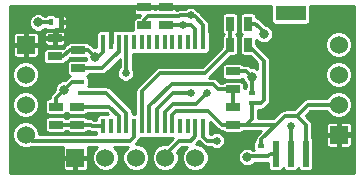
<source format=gtl>
G04 (created by PCBNEW (2013-07-07 BZR 4022)-stable) date 23/09/2014 17:19:53*
%MOIN*%
G04 Gerber Fmt 3.4, Leading zero omitted, Abs format*
%FSLAX34Y34*%
G01*
G70*
G90*
G04 APERTURE LIST*
%ADD10C,0.00590551*%
%ADD11R,0.06X0.06*%
%ADD12C,0.06*%
%ADD13R,0.045X0.025*%
%ADD14R,0.025X0.045*%
%ADD15R,0.0236X0.0157*%
%ADD16R,0.0157X0.0236*%
%ADD17R,0.016X0.05*%
%ADD18R,0.1X0.0507874*%
%ADD19R,0.0200787X0.0866142*%
%ADD20C,0.0259843*%
%ADD21C,0.0318898*%
%ADD22C,0.012*%
%ADD23C,0.01*%
G04 APERTURE END LIST*
G54D10*
G54D11*
X11122Y-4452D03*
G54D12*
X11122Y-3452D03*
X11122Y-2452D03*
X11122Y-1452D03*
G54D11*
X688Y-1452D03*
G54D12*
X688Y-2452D03*
X688Y-3452D03*
X688Y-4452D03*
G54D13*
X1653Y-1235D03*
X1653Y-1835D03*
G54D14*
X7495Y-748D03*
X8095Y-748D03*
X8095Y-1456D03*
X7495Y-1456D03*
G54D13*
X1692Y-4118D03*
X1692Y-3518D03*
X2401Y-3518D03*
X2401Y-4118D03*
X7598Y-2937D03*
X7598Y-2337D03*
X7598Y-4118D03*
X7598Y-3518D03*
X2440Y-2229D03*
X2440Y-1629D03*
G54D15*
X8228Y-3405D03*
X8228Y-3051D03*
X8543Y-4823D03*
X8543Y-5177D03*
X2519Y-3051D03*
X2519Y-2697D03*
G54D16*
X1869Y-708D03*
X1515Y-708D03*
G54D17*
X3271Y-4155D03*
X3521Y-4155D03*
X3781Y-4155D03*
X4041Y-4155D03*
X4291Y-4155D03*
X4551Y-4155D03*
X4811Y-4155D03*
X5061Y-4155D03*
X5321Y-4155D03*
X5571Y-4155D03*
X5831Y-4155D03*
X6091Y-4155D03*
X6341Y-4155D03*
X6601Y-4155D03*
X6601Y-1355D03*
X6341Y-1355D03*
X6101Y-1355D03*
X5831Y-1355D03*
X5571Y-1355D03*
X5321Y-1355D03*
X5061Y-1355D03*
X4811Y-1355D03*
X4551Y-1355D03*
X4291Y-1355D03*
X4041Y-1355D03*
X3781Y-1355D03*
X3521Y-1355D03*
X3271Y-1355D03*
G54D11*
X2346Y-5216D03*
G54D12*
X3346Y-5216D03*
X4362Y-5216D03*
X5330Y-5216D03*
X6330Y-5216D03*
G54D18*
X9527Y-393D03*
G54D19*
X9027Y-5088D03*
X9527Y-5088D03*
X10027Y-5088D03*
G54D13*
X5354Y-211D03*
X5354Y-811D03*
X4645Y-211D03*
X4645Y-811D03*
G54D20*
X6732Y-3070D03*
X9527Y-4173D03*
X6181Y-3070D03*
X6181Y-472D03*
X7047Y-4645D03*
X5944Y-787D03*
G54D21*
X8228Y-2519D03*
X2992Y-1850D03*
X8622Y-1102D03*
X1102Y-708D03*
X8070Y-5196D03*
X1968Y-2952D03*
G54D20*
X4015Y-2401D03*
G54D22*
X4041Y-4155D02*
X4041Y-3726D01*
X3365Y-3051D02*
X2519Y-3051D01*
X4041Y-3726D02*
X3365Y-3051D01*
X2401Y-4118D02*
X1692Y-4118D01*
X3271Y-4155D02*
X2896Y-4155D01*
X2859Y-4118D02*
X2401Y-4118D01*
X2896Y-4155D02*
X2859Y-4118D01*
X10027Y-4122D02*
X10027Y-5088D01*
X11122Y-3452D02*
X10090Y-3452D01*
X10090Y-3452D02*
X9724Y-3818D01*
X10027Y-4122D02*
X9724Y-3818D01*
X8095Y-1456D02*
X8622Y-1983D01*
X8622Y-1983D02*
X8622Y-3307D01*
X8622Y-3307D02*
X8523Y-3405D01*
X8523Y-3405D02*
X8228Y-3405D01*
X8543Y-4823D02*
X8543Y-4606D01*
X8543Y-4606D02*
X9030Y-4118D01*
X9724Y-3818D02*
X9330Y-3818D01*
X7598Y-4118D02*
X9030Y-4118D01*
X9030Y-4118D02*
X9330Y-3818D01*
X7598Y-4118D02*
X8046Y-4118D01*
X8228Y-3937D02*
X8228Y-3405D01*
X8046Y-4118D02*
X8228Y-3937D01*
X7598Y-4118D02*
X7229Y-4118D01*
X5571Y-3798D02*
X5571Y-4155D01*
X5708Y-3661D02*
X5571Y-3798D01*
X6771Y-3661D02*
X5708Y-3661D01*
X7229Y-4118D02*
X6771Y-3661D01*
X5321Y-4155D02*
X5321Y-3694D01*
X6377Y-3425D02*
X6732Y-3070D01*
X5590Y-3425D02*
X6377Y-3425D01*
X5321Y-3694D02*
X5590Y-3425D01*
X2401Y-3518D02*
X3479Y-3518D01*
X3781Y-3820D02*
X3781Y-4155D01*
X3479Y-3518D02*
X3781Y-3820D01*
X9527Y-4173D02*
X9527Y-5088D01*
X5061Y-4155D02*
X5061Y-3600D01*
X5590Y-3070D02*
X6181Y-3070D01*
X5061Y-3600D02*
X5590Y-3070D01*
X6181Y-472D02*
X5826Y-472D01*
X5826Y-472D02*
X5787Y-511D01*
X5787Y-511D02*
X4763Y-511D01*
X4763Y-511D02*
X4645Y-629D01*
X4645Y-629D02*
X4645Y-811D01*
X6348Y-541D02*
X6279Y-472D01*
X6279Y-472D02*
X6181Y-472D01*
X6601Y-1355D02*
X6601Y-794D01*
X6601Y-794D02*
X6348Y-541D01*
X6348Y-541D02*
X6299Y-492D01*
X6601Y-4155D02*
X6601Y-4514D01*
X6732Y-4645D02*
X7047Y-4645D01*
X6601Y-4514D02*
X6732Y-4645D01*
X6341Y-4155D02*
X6341Y-4485D01*
X5803Y-4645D02*
X5330Y-5118D01*
X6181Y-4645D02*
X5803Y-4645D01*
X6341Y-4485D02*
X6181Y-4645D01*
X4811Y-4155D02*
X4811Y-3495D01*
X4811Y-3495D02*
X5551Y-2755D01*
X5551Y-2755D02*
X6929Y-2755D01*
X6929Y-2755D02*
X7111Y-2937D01*
X7111Y-2937D02*
X7598Y-2937D01*
X7598Y-2937D02*
X7598Y-3518D01*
X5944Y-787D02*
X5378Y-787D01*
X5378Y-787D02*
X5354Y-811D01*
X6181Y-787D02*
X5944Y-787D01*
X6181Y-787D02*
X6200Y-787D01*
X6200Y-787D02*
X6341Y-927D01*
X6341Y-927D02*
X6341Y-1355D01*
X4551Y-4155D02*
X4551Y-3007D01*
X7495Y-1559D02*
X7495Y-1456D01*
X6653Y-2401D02*
X7495Y-1559D01*
X5157Y-2401D02*
X6653Y-2401D01*
X4551Y-3007D02*
X5157Y-2401D01*
X7495Y-1456D02*
X7495Y-748D01*
X3637Y-1835D02*
X3243Y-2229D01*
X3243Y-2229D02*
X2440Y-2229D01*
X3637Y-1835D02*
X3781Y-1691D01*
X3781Y-1691D02*
X3781Y-1355D01*
X4645Y-211D02*
X4660Y-196D01*
X4660Y-196D02*
X4921Y-196D01*
X5354Y-211D02*
X5369Y-196D01*
X5369Y-196D02*
X5629Y-196D01*
X8779Y-669D02*
X8307Y-196D01*
X10629Y-905D02*
X9251Y-905D01*
X9251Y-905D02*
X9015Y-905D01*
X9015Y-905D02*
X8779Y-669D01*
X688Y-1452D02*
X1106Y-1452D01*
X1106Y-1452D02*
X1141Y-1417D01*
X196Y-1574D02*
X318Y-1452D01*
X318Y-1452D02*
X688Y-1452D01*
X688Y-1452D02*
X688Y-688D01*
X688Y-688D02*
X688Y-393D01*
X688Y-393D02*
X885Y-196D01*
X1141Y-1417D02*
X1220Y-1338D01*
X1220Y-1338D02*
X1299Y-1259D01*
X1299Y-1259D02*
X1629Y-1259D01*
X1629Y-1259D02*
X1653Y-1235D01*
X11614Y-4429D02*
X11614Y-1062D01*
X11614Y-1062D02*
X11456Y-905D01*
X11456Y-905D02*
X10629Y-905D01*
X8307Y-196D02*
X5629Y-196D01*
X5629Y-196D02*
X4921Y-196D01*
X4921Y-196D02*
X885Y-196D01*
X2346Y-5692D02*
X377Y-5692D01*
X377Y-5692D02*
X196Y-5511D01*
X196Y-5511D02*
X196Y-1574D01*
X196Y-1574D02*
X295Y-1476D01*
X295Y-1476D02*
X303Y-1468D01*
X2346Y-5216D02*
X2346Y-5692D01*
X2346Y-5692D02*
X2362Y-5708D01*
X2362Y-5708D02*
X11515Y-5708D01*
X11515Y-5708D02*
X11614Y-5610D01*
X11614Y-5610D02*
X11614Y-4921D01*
X11614Y-4921D02*
X11614Y-4429D01*
X11614Y-4429D02*
X11606Y-4437D01*
X11606Y-4437D02*
X11122Y-4437D01*
X1653Y-1235D02*
X1653Y-1141D01*
X1653Y-1141D02*
X1869Y-925D01*
X1869Y-925D02*
X1869Y-708D01*
X1869Y-708D02*
X3346Y-708D01*
X3346Y-708D02*
X3521Y-883D01*
X3521Y-883D02*
X3521Y-1355D01*
X2440Y-1629D02*
X2770Y-1629D01*
X2770Y-1629D02*
X2992Y-1850D01*
X2992Y-1850D02*
X3110Y-1850D01*
X3110Y-1850D02*
X3271Y-1689D01*
X3271Y-1689D02*
X3271Y-1355D01*
X8464Y-866D02*
X8622Y-1023D01*
X8622Y-1023D02*
X8622Y-1102D01*
X1653Y-1835D02*
X1944Y-1835D01*
X1944Y-1835D02*
X2150Y-1629D01*
X2150Y-1629D02*
X2440Y-1629D01*
X1515Y-708D02*
X1102Y-708D01*
X8809Y-5127D02*
X8848Y-5088D01*
X8848Y-5088D02*
X9027Y-5088D01*
X8095Y-748D02*
X8346Y-748D01*
X8346Y-748D02*
X8464Y-866D01*
X8543Y-5177D02*
X8090Y-5177D01*
X8090Y-5177D02*
X8070Y-5196D01*
X8760Y-5177D02*
X8809Y-5127D01*
X1968Y-2952D02*
X2224Y-2697D01*
X2224Y-2697D02*
X2519Y-2697D01*
X1692Y-3518D02*
X1692Y-3228D01*
X1692Y-3228D02*
X1968Y-2952D01*
X984Y-4645D02*
X881Y-4645D01*
X881Y-4645D02*
X688Y-4452D01*
X4291Y-4155D02*
X4291Y-4527D01*
X4291Y-4527D02*
X4173Y-4645D01*
X4173Y-4645D02*
X984Y-4645D01*
X984Y-4645D02*
X980Y-4645D01*
X1653Y-1835D02*
X1786Y-1835D01*
X590Y-4255D02*
X590Y-4251D01*
X8543Y-5177D02*
X8760Y-5177D01*
X8228Y-3051D02*
X8228Y-2519D01*
X8046Y-2337D02*
X7598Y-2337D01*
X8228Y-2519D02*
X8046Y-2337D01*
X4041Y-2376D02*
X4041Y-1355D01*
X4015Y-2401D02*
X4041Y-2376D01*
G54D10*
G36*
X11641Y-5735D02*
X11572Y-5735D01*
X11572Y-3363D01*
X11572Y-2363D01*
X11572Y-1363D01*
X11503Y-1198D01*
X11377Y-1071D01*
X11211Y-1002D01*
X11032Y-1002D01*
X10867Y-1071D01*
X10740Y-1197D01*
X10672Y-1362D01*
X10671Y-1541D01*
X10740Y-1707D01*
X10866Y-1834D01*
X11032Y-1902D01*
X11211Y-1902D01*
X11376Y-1834D01*
X11503Y-1707D01*
X11571Y-1542D01*
X11572Y-1363D01*
X11572Y-2363D01*
X11503Y-2198D01*
X11377Y-2071D01*
X11211Y-2002D01*
X11032Y-2002D01*
X10867Y-2071D01*
X10740Y-2197D01*
X10672Y-2362D01*
X10671Y-2541D01*
X10740Y-2707D01*
X10866Y-2834D01*
X11032Y-2902D01*
X11211Y-2902D01*
X11376Y-2834D01*
X11503Y-2707D01*
X11571Y-2542D01*
X11572Y-2363D01*
X11572Y-3363D01*
X11503Y-3198D01*
X11377Y-3071D01*
X11211Y-3002D01*
X11032Y-3002D01*
X10867Y-3071D01*
X10740Y-3197D01*
X10721Y-3242D01*
X10090Y-3242D01*
X10010Y-3258D01*
X9942Y-3304D01*
X9942Y-3304D01*
X9637Y-3608D01*
X9330Y-3608D01*
X9330Y-3608D01*
X9314Y-3612D01*
X9250Y-3624D01*
X9182Y-3670D01*
X9182Y-3670D01*
X8943Y-3908D01*
X8438Y-3908D01*
X8438Y-3615D01*
X8523Y-3615D01*
X8604Y-3599D01*
X8672Y-3553D01*
X8770Y-3455D01*
X8770Y-3455D01*
X8770Y-3455D01*
X8797Y-3414D01*
X8816Y-3387D01*
X8816Y-3387D01*
X8832Y-3307D01*
X8832Y-1983D01*
X8832Y-1983D01*
X8832Y-1983D01*
X8828Y-1967D01*
X8816Y-1903D01*
X8816Y-1903D01*
X8770Y-1834D01*
X8770Y-1834D01*
X8370Y-1434D01*
X8370Y-1288D01*
X8446Y-1364D01*
X8560Y-1411D01*
X8683Y-1411D01*
X8797Y-1364D01*
X8884Y-1277D01*
X8931Y-1164D01*
X8931Y-1041D01*
X8884Y-927D01*
X8797Y-840D01*
X8691Y-796D01*
X8613Y-717D01*
X8494Y-599D01*
X8426Y-554D01*
X8370Y-542D01*
X8370Y-493D01*
X8347Y-438D01*
X8305Y-395D01*
X8250Y-373D01*
X8190Y-373D01*
X7940Y-373D01*
X7885Y-395D01*
X7843Y-437D01*
X7820Y-493D01*
X7820Y-552D01*
X7820Y-1002D01*
X7843Y-1057D01*
X7885Y-1100D01*
X7890Y-1102D01*
X7885Y-1104D01*
X7843Y-1146D01*
X7820Y-1201D01*
X7820Y-1261D01*
X7820Y-1711D01*
X7843Y-1766D01*
X7885Y-1808D01*
X7940Y-1831D01*
X7999Y-1831D01*
X8173Y-1831D01*
X8412Y-2070D01*
X8412Y-2265D01*
X8403Y-2257D01*
X8290Y-2210D01*
X8215Y-2210D01*
X8194Y-2189D01*
X8126Y-2143D01*
X8046Y-2127D01*
X7950Y-2127D01*
X7908Y-2085D01*
X7853Y-2062D01*
X7793Y-2062D01*
X7343Y-2062D01*
X7288Y-2085D01*
X7246Y-2127D01*
X7223Y-2182D01*
X7223Y-2242D01*
X7223Y-2492D01*
X7246Y-2547D01*
X7288Y-2589D01*
X7343Y-2612D01*
X7403Y-2612D01*
X7853Y-2612D01*
X7908Y-2590D01*
X7918Y-2579D01*
X7918Y-2580D01*
X7965Y-2694D01*
X8018Y-2747D01*
X8018Y-2852D01*
X7983Y-2887D01*
X7973Y-2911D01*
X7973Y-2783D01*
X7950Y-2727D01*
X7908Y-2685D01*
X7853Y-2662D01*
X7793Y-2662D01*
X7343Y-2662D01*
X7288Y-2685D01*
X7246Y-2727D01*
X7246Y-2727D01*
X7198Y-2727D01*
X7077Y-2607D01*
X7009Y-2561D01*
X6929Y-2545D01*
X6806Y-2545D01*
X7520Y-1831D01*
X7649Y-1831D01*
X7705Y-1808D01*
X7747Y-1766D01*
X7770Y-1711D01*
X7770Y-1651D01*
X7770Y-1201D01*
X7747Y-1146D01*
X7705Y-1104D01*
X7705Y-1104D01*
X7705Y-1100D01*
X7747Y-1058D01*
X7770Y-1002D01*
X7770Y-943D01*
X7770Y-493D01*
X7747Y-438D01*
X7705Y-395D01*
X7650Y-373D01*
X7590Y-373D01*
X7340Y-373D01*
X7285Y-395D01*
X7243Y-437D01*
X7220Y-493D01*
X7220Y-552D01*
X7220Y-1002D01*
X7243Y-1057D01*
X7285Y-1100D01*
X7285Y-1100D01*
X7285Y-1104D01*
X7243Y-1146D01*
X7220Y-1201D01*
X7220Y-1261D01*
X7220Y-1537D01*
X6566Y-2191D01*
X5157Y-2191D01*
X5077Y-2207D01*
X5008Y-2253D01*
X4402Y-2859D01*
X4357Y-2927D01*
X4341Y-3007D01*
X4341Y-3755D01*
X4251Y-3755D01*
X4251Y-3726D01*
X4235Y-3645D01*
X4235Y-3645D01*
X4217Y-3618D01*
X4189Y-3577D01*
X4189Y-3577D01*
X3514Y-2902D01*
X3446Y-2857D01*
X3365Y-2841D01*
X2772Y-2841D01*
X2787Y-2805D01*
X2787Y-2745D01*
X2787Y-2588D01*
X2764Y-2533D01*
X2723Y-2492D01*
X2750Y-2481D01*
X2793Y-2439D01*
X2793Y-2439D01*
X3243Y-2439D01*
X3323Y-2423D01*
X3391Y-2377D01*
X3785Y-1983D01*
X3785Y-1983D01*
X3785Y-1983D01*
X3831Y-1938D01*
X3831Y-2190D01*
X3778Y-2242D01*
X3735Y-2345D01*
X3735Y-2457D01*
X3778Y-2559D01*
X3856Y-2638D01*
X3959Y-2681D01*
X4071Y-2681D01*
X4174Y-2639D01*
X4252Y-2560D01*
X4295Y-2457D01*
X4295Y-2346D01*
X4253Y-2243D01*
X4251Y-2241D01*
X4251Y-1755D01*
X4400Y-1755D01*
X4421Y-1747D01*
X4441Y-1755D01*
X4500Y-1755D01*
X4660Y-1755D01*
X4681Y-1747D01*
X4701Y-1755D01*
X4760Y-1755D01*
X4920Y-1755D01*
X4936Y-1749D01*
X4951Y-1755D01*
X5010Y-1755D01*
X5170Y-1755D01*
X5191Y-1747D01*
X5211Y-1755D01*
X5270Y-1755D01*
X5430Y-1755D01*
X5446Y-1749D01*
X5461Y-1755D01*
X5520Y-1755D01*
X5680Y-1755D01*
X5701Y-1747D01*
X5721Y-1755D01*
X5780Y-1755D01*
X5940Y-1755D01*
X5966Y-1745D01*
X5991Y-1755D01*
X6050Y-1755D01*
X6210Y-1755D01*
X6221Y-1751D01*
X6231Y-1755D01*
X6290Y-1755D01*
X6450Y-1755D01*
X6471Y-1747D01*
X6491Y-1755D01*
X6550Y-1755D01*
X6710Y-1755D01*
X6766Y-1733D01*
X6808Y-1690D01*
X6831Y-1635D01*
X6831Y-1576D01*
X6831Y-1076D01*
X6811Y-1027D01*
X6811Y-794D01*
X6811Y-794D01*
X6811Y-794D01*
X6808Y-778D01*
X6795Y-713D01*
X6795Y-713D01*
X6749Y-645D01*
X6749Y-645D01*
X6496Y-392D01*
X6496Y-392D01*
X6447Y-343D01*
X6447Y-343D01*
X6428Y-323D01*
X6420Y-318D01*
X6418Y-314D01*
X6339Y-235D01*
X6237Y-192D01*
X6125Y-192D01*
X6022Y-234D01*
X5995Y-262D01*
X5826Y-262D01*
X5746Y-278D01*
X5711Y-301D01*
X5709Y-301D01*
X5709Y-273D01*
X5676Y-240D01*
X5383Y-240D01*
X5383Y-248D01*
X5325Y-248D01*
X5325Y-240D01*
X5031Y-240D01*
X5000Y-272D01*
X4968Y-240D01*
X4674Y-240D01*
X4674Y-248D01*
X4616Y-248D01*
X4616Y-240D01*
X4323Y-240D01*
X4290Y-273D01*
X4290Y-362D01*
X4310Y-410D01*
X4346Y-446D01*
X4394Y-466D01*
X4446Y-466D01*
X4511Y-466D01*
X4497Y-481D01*
X4460Y-536D01*
X4390Y-536D01*
X4335Y-559D01*
X4293Y-601D01*
X4270Y-656D01*
X4270Y-716D01*
X4270Y-955D01*
X4181Y-955D01*
X4166Y-962D01*
X4151Y-955D01*
X4091Y-955D01*
X3931Y-955D01*
X3911Y-964D01*
X3891Y-955D01*
X3831Y-955D01*
X3671Y-955D01*
X3623Y-975D01*
X3582Y-975D01*
X3550Y-1008D01*
X3550Y-1327D01*
X3551Y-1327D01*
X3551Y-1384D01*
X3550Y-1384D01*
X3550Y-1392D01*
X3501Y-1392D01*
X3501Y-1076D01*
X3492Y-1054D01*
X3492Y-1008D01*
X3460Y-975D01*
X3429Y-975D01*
X3381Y-955D01*
X3321Y-955D01*
X3161Y-955D01*
X3106Y-978D01*
X3064Y-1020D01*
X3041Y-1075D01*
X3041Y-1135D01*
X3041Y-1540D01*
X2979Y-1540D01*
X2919Y-1480D01*
X2851Y-1435D01*
X2795Y-1423D01*
X2793Y-1419D01*
X2751Y-1377D01*
X2695Y-1354D01*
X2636Y-1354D01*
X2186Y-1354D01*
X2131Y-1376D01*
X2088Y-1419D01*
X2083Y-1432D01*
X2083Y-1432D01*
X2078Y-1433D01*
X2078Y-800D01*
X2078Y-616D01*
X2078Y-564D01*
X2058Y-516D01*
X2021Y-480D01*
X1974Y-460D01*
X1931Y-460D01*
X1898Y-493D01*
X1898Y-679D01*
X2045Y-679D01*
X2078Y-647D01*
X2078Y-616D01*
X2078Y-800D01*
X2078Y-769D01*
X2045Y-737D01*
X1898Y-737D01*
X1898Y-924D01*
X1931Y-956D01*
X1974Y-956D01*
X2021Y-936D01*
X2058Y-900D01*
X2078Y-852D01*
X2078Y-800D01*
X2078Y-1433D01*
X2070Y-1435D01*
X2008Y-1476D01*
X2008Y-1386D01*
X2008Y-1084D01*
X1988Y-1036D01*
X1952Y-1000D01*
X1904Y-980D01*
X1852Y-980D01*
X1841Y-980D01*
X1841Y-924D01*
X1841Y-737D01*
X1833Y-737D01*
X1833Y-679D01*
X1841Y-679D01*
X1841Y-493D01*
X1808Y-460D01*
X1765Y-460D01*
X1717Y-480D01*
X1707Y-491D01*
X1679Y-463D01*
X1624Y-440D01*
X1564Y-440D01*
X1407Y-440D01*
X1352Y-463D01*
X1323Y-492D01*
X1277Y-446D01*
X1164Y-399D01*
X1041Y-399D01*
X927Y-446D01*
X840Y-533D01*
X792Y-646D01*
X792Y-769D01*
X839Y-883D01*
X926Y-970D01*
X1040Y-1018D01*
X1163Y-1018D01*
X1277Y-971D01*
X1323Y-925D01*
X1352Y-953D01*
X1407Y-976D01*
X1467Y-976D01*
X1624Y-976D01*
X1679Y-953D01*
X1707Y-926D01*
X1717Y-936D01*
X1765Y-956D01*
X1808Y-956D01*
X1841Y-924D01*
X1841Y-980D01*
X1714Y-980D01*
X1682Y-1012D01*
X1682Y-1206D01*
X1976Y-1206D01*
X2008Y-1174D01*
X2008Y-1084D01*
X2008Y-1386D01*
X2008Y-1296D01*
X1976Y-1264D01*
X1682Y-1264D01*
X1682Y-1457D01*
X1714Y-1490D01*
X1852Y-1490D01*
X1904Y-1490D01*
X1952Y-1470D01*
X1988Y-1433D01*
X2008Y-1386D01*
X2008Y-1476D01*
X2001Y-1480D01*
X2001Y-1480D01*
X1918Y-1564D01*
X1908Y-1560D01*
X1848Y-1560D01*
X1624Y-1560D01*
X1624Y-1457D01*
X1624Y-1264D01*
X1624Y-1206D01*
X1624Y-1012D01*
X1592Y-980D01*
X1454Y-980D01*
X1402Y-980D01*
X1354Y-1000D01*
X1318Y-1036D01*
X1298Y-1084D01*
X1298Y-1174D01*
X1331Y-1206D01*
X1624Y-1206D01*
X1624Y-1264D01*
X1331Y-1264D01*
X1298Y-1296D01*
X1298Y-1386D01*
X1318Y-1433D01*
X1354Y-1470D01*
X1402Y-1490D01*
X1454Y-1490D01*
X1592Y-1490D01*
X1624Y-1457D01*
X1624Y-1560D01*
X1398Y-1560D01*
X1343Y-1583D01*
X1301Y-1625D01*
X1278Y-1680D01*
X1278Y-1740D01*
X1278Y-1990D01*
X1301Y-2045D01*
X1343Y-2087D01*
X1398Y-2110D01*
X1458Y-2110D01*
X1908Y-2110D01*
X1963Y-2087D01*
X2005Y-2045D01*
X2011Y-2032D01*
X2024Y-2029D01*
X2092Y-1983D01*
X2176Y-1900D01*
X2185Y-1904D01*
X2245Y-1904D01*
X2682Y-1904D01*
X2682Y-1911D01*
X2701Y-1956D01*
X2695Y-1954D01*
X2636Y-1954D01*
X2186Y-1954D01*
X2131Y-1976D01*
X2088Y-2019D01*
X2065Y-2074D01*
X2065Y-2133D01*
X2065Y-2383D01*
X2088Y-2438D01*
X2130Y-2481D01*
X2170Y-2497D01*
X2143Y-2503D01*
X2075Y-2548D01*
X2075Y-2548D01*
X1980Y-2643D01*
X1907Y-2643D01*
X1793Y-2690D01*
X1706Y-2777D01*
X1659Y-2890D01*
X1659Y-2965D01*
X1544Y-3079D01*
X1498Y-3147D01*
X1482Y-3228D01*
X1482Y-3243D01*
X1438Y-3243D01*
X1383Y-3266D01*
X1340Y-3308D01*
X1317Y-3363D01*
X1317Y-3423D01*
X1317Y-3673D01*
X1340Y-3728D01*
X1382Y-3770D01*
X1437Y-3793D01*
X1497Y-3793D01*
X1947Y-3793D01*
X2002Y-3771D01*
X2045Y-3728D01*
X2047Y-3723D01*
X2049Y-3728D01*
X2091Y-3770D01*
X2146Y-3793D01*
X2206Y-3793D01*
X2656Y-3793D01*
X2711Y-3771D01*
X2753Y-3728D01*
X2753Y-3728D01*
X3392Y-3728D01*
X3419Y-3755D01*
X3411Y-3755D01*
X3396Y-3762D01*
X3381Y-3755D01*
X3321Y-3755D01*
X3161Y-3755D01*
X3106Y-3778D01*
X3064Y-3820D01*
X3041Y-3875D01*
X3041Y-3935D01*
X3041Y-3945D01*
X2970Y-3945D01*
X2939Y-3924D01*
X2859Y-3908D01*
X2753Y-3908D01*
X2711Y-3866D01*
X2656Y-3843D01*
X2596Y-3843D01*
X2146Y-3843D01*
X2091Y-3866D01*
X2049Y-3908D01*
X2049Y-3908D01*
X2045Y-3908D01*
X2002Y-3866D01*
X1947Y-3843D01*
X1888Y-3843D01*
X1438Y-3843D01*
X1383Y-3866D01*
X1340Y-3908D01*
X1317Y-3963D01*
X1317Y-4023D01*
X1317Y-4273D01*
X1340Y-4328D01*
X1382Y-4370D01*
X1437Y-4393D01*
X1497Y-4393D01*
X1947Y-4393D01*
X2002Y-4371D01*
X2045Y-4328D01*
X2045Y-4328D01*
X2049Y-4328D01*
X2091Y-4370D01*
X2146Y-4393D01*
X2206Y-4393D01*
X2656Y-4393D01*
X2711Y-4371D01*
X2753Y-4328D01*
X2753Y-4328D01*
X2784Y-4328D01*
X2815Y-4349D01*
X2896Y-4365D01*
X3041Y-4365D01*
X3041Y-4435D01*
X3041Y-4435D01*
X1138Y-4435D01*
X1139Y-4363D01*
X1139Y-3363D01*
X1139Y-2363D01*
X1118Y-2315D01*
X1118Y-1778D01*
X1118Y-1127D01*
X1099Y-1079D01*
X1062Y-1042D01*
X1014Y-1022D01*
X963Y-1022D01*
X750Y-1022D01*
X717Y-1055D01*
X717Y-1424D01*
X1086Y-1424D01*
X1118Y-1391D01*
X1118Y-1127D01*
X1118Y-1778D01*
X1118Y-1513D01*
X1086Y-1481D01*
X717Y-1481D01*
X717Y-1850D01*
X750Y-1882D01*
X963Y-1882D01*
X1014Y-1882D01*
X1062Y-1862D01*
X1099Y-1826D01*
X1118Y-1778D01*
X1118Y-2315D01*
X1070Y-2198D01*
X944Y-2071D01*
X778Y-2002D01*
X660Y-2002D01*
X660Y-1850D01*
X660Y-1481D01*
X660Y-1424D01*
X660Y-1055D01*
X627Y-1022D01*
X414Y-1022D01*
X363Y-1022D01*
X315Y-1042D01*
X278Y-1079D01*
X258Y-1127D01*
X258Y-1391D01*
X291Y-1424D01*
X660Y-1424D01*
X660Y-1481D01*
X291Y-1481D01*
X258Y-1513D01*
X258Y-1778D01*
X278Y-1826D01*
X315Y-1862D01*
X363Y-1882D01*
X414Y-1882D01*
X627Y-1882D01*
X660Y-1850D01*
X660Y-2002D01*
X599Y-2002D01*
X434Y-2071D01*
X307Y-2197D01*
X239Y-2362D01*
X238Y-2541D01*
X307Y-2707D01*
X433Y-2834D01*
X599Y-2902D01*
X778Y-2902D01*
X943Y-2834D01*
X1070Y-2707D01*
X1138Y-2542D01*
X1139Y-2363D01*
X1139Y-3363D01*
X1070Y-3198D01*
X944Y-3071D01*
X778Y-3002D01*
X599Y-3002D01*
X434Y-3071D01*
X307Y-3197D01*
X239Y-3362D01*
X238Y-3541D01*
X307Y-3707D01*
X433Y-3834D01*
X599Y-3902D01*
X778Y-3902D01*
X943Y-3834D01*
X1070Y-3707D01*
X1138Y-3542D01*
X1139Y-3363D01*
X1139Y-4363D01*
X1070Y-4198D01*
X944Y-4071D01*
X778Y-4002D01*
X599Y-4002D01*
X434Y-4071D01*
X307Y-4197D01*
X239Y-4362D01*
X238Y-4541D01*
X307Y-4707D01*
X433Y-4834D01*
X599Y-4902D01*
X778Y-4902D01*
X892Y-4855D01*
X980Y-4855D01*
X984Y-4855D01*
X1930Y-4855D01*
X1916Y-4890D01*
X1916Y-4942D01*
X1916Y-5155D01*
X1948Y-5187D01*
X2317Y-5187D01*
X2317Y-5179D01*
X2375Y-5179D01*
X2375Y-5187D01*
X2743Y-5187D01*
X2776Y-5155D01*
X2776Y-4942D01*
X2776Y-4890D01*
X2761Y-4855D01*
X3071Y-4855D01*
X2965Y-4961D01*
X2896Y-5126D01*
X2896Y-5305D01*
X2964Y-5471D01*
X3091Y-5597D01*
X3256Y-5666D01*
X3435Y-5666D01*
X3601Y-5598D01*
X3727Y-5471D01*
X3796Y-5306D01*
X3796Y-5127D01*
X3728Y-4961D01*
X3622Y-4855D01*
X4086Y-4855D01*
X3980Y-4961D01*
X3912Y-5126D01*
X3912Y-5305D01*
X3980Y-5471D01*
X4106Y-5597D01*
X4272Y-5666D01*
X4451Y-5666D01*
X4616Y-5598D01*
X4743Y-5471D01*
X4812Y-5306D01*
X4812Y-5127D01*
X4743Y-4961D01*
X4617Y-4835D01*
X4452Y-4766D01*
X4349Y-4766D01*
X4439Y-4676D01*
X4485Y-4608D01*
X4485Y-4608D01*
X4495Y-4555D01*
X4500Y-4555D01*
X4660Y-4555D01*
X4681Y-4547D01*
X4701Y-4555D01*
X4760Y-4555D01*
X4920Y-4555D01*
X4936Y-4549D01*
X4951Y-4555D01*
X5010Y-4555D01*
X5170Y-4555D01*
X5191Y-4547D01*
X5211Y-4555D01*
X5270Y-4555D01*
X5430Y-4555D01*
X5446Y-4549D01*
X5461Y-4555D01*
X5520Y-4555D01*
X5595Y-4555D01*
X5385Y-4766D01*
X5241Y-4766D01*
X5076Y-4834D01*
X4949Y-4961D01*
X4880Y-5126D01*
X4880Y-5305D01*
X4948Y-5471D01*
X5075Y-5597D01*
X5240Y-5666D01*
X5419Y-5666D01*
X5585Y-5598D01*
X5711Y-5471D01*
X5780Y-5306D01*
X5780Y-5127D01*
X5733Y-5012D01*
X5890Y-4855D01*
X6055Y-4855D01*
X5949Y-4961D01*
X5880Y-5126D01*
X5880Y-5305D01*
X5948Y-5471D01*
X6075Y-5597D01*
X6240Y-5666D01*
X6419Y-5666D01*
X6585Y-5598D01*
X6711Y-5471D01*
X6780Y-5306D01*
X6780Y-5127D01*
X6712Y-4961D01*
X6585Y-4835D01*
X6420Y-4766D01*
X6357Y-4766D01*
X6456Y-4667D01*
X6583Y-4794D01*
X6651Y-4839D01*
X6651Y-4839D01*
X6732Y-4855D01*
X6861Y-4855D01*
X6888Y-4882D01*
X6991Y-4925D01*
X7102Y-4925D01*
X7205Y-4883D01*
X7284Y-4804D01*
X7327Y-4701D01*
X7327Y-4590D01*
X7284Y-4487D01*
X7206Y-4408D01*
X7103Y-4365D01*
X6991Y-4365D01*
X6888Y-4408D01*
X6861Y-4435D01*
X6831Y-4435D01*
X6831Y-4376D01*
X6831Y-4018D01*
X7080Y-4267D01*
X7148Y-4312D01*
X7229Y-4328D01*
X7246Y-4328D01*
X7288Y-4370D01*
X7343Y-4393D01*
X7403Y-4393D01*
X7853Y-4393D01*
X7908Y-4371D01*
X7950Y-4328D01*
X7950Y-4328D01*
X8046Y-4328D01*
X8523Y-4328D01*
X8394Y-4457D01*
X8349Y-4525D01*
X8333Y-4606D01*
X8333Y-4624D01*
X8298Y-4659D01*
X8275Y-4714D01*
X8275Y-4774D01*
X8275Y-4931D01*
X8290Y-4967D01*
X8278Y-4967D01*
X8246Y-4934D01*
X8132Y-4887D01*
X8009Y-4887D01*
X7895Y-4934D01*
X7808Y-5021D01*
X7761Y-5135D01*
X7761Y-5258D01*
X7808Y-5371D01*
X7895Y-5459D01*
X8009Y-5506D01*
X8132Y-5506D01*
X8245Y-5459D01*
X8318Y-5387D01*
X8350Y-5387D01*
X8395Y-5405D01*
X8455Y-5405D01*
X8691Y-5405D01*
X8735Y-5387D01*
X8760Y-5387D01*
X8777Y-5383D01*
X8777Y-5551D01*
X8799Y-5606D01*
X8842Y-5648D01*
X8897Y-5671D01*
X8956Y-5671D01*
X9157Y-5671D01*
X9212Y-5648D01*
X9255Y-5606D01*
X9277Y-5552D01*
X9299Y-5606D01*
X9342Y-5648D01*
X9397Y-5671D01*
X9456Y-5671D01*
X9657Y-5671D01*
X9712Y-5648D01*
X9755Y-5606D01*
X9777Y-5552D01*
X9799Y-5606D01*
X9842Y-5648D01*
X9897Y-5671D01*
X9956Y-5671D01*
X10157Y-5671D01*
X10212Y-5648D01*
X10255Y-5606D01*
X10277Y-5551D01*
X10277Y-5491D01*
X10277Y-4625D01*
X10255Y-4570D01*
X10237Y-4552D01*
X10237Y-4122D01*
X10221Y-4041D01*
X10221Y-4041D01*
X10203Y-4014D01*
X10176Y-3973D01*
X10176Y-3973D01*
X10021Y-3818D01*
X10177Y-3662D01*
X10721Y-3662D01*
X10740Y-3707D01*
X10866Y-3834D01*
X11032Y-3902D01*
X11211Y-3902D01*
X11376Y-3834D01*
X11503Y-3707D01*
X11571Y-3542D01*
X11572Y-3363D01*
X11572Y-5735D01*
X11552Y-5735D01*
X11552Y-4778D01*
X11552Y-4127D01*
X11532Y-4079D01*
X11495Y-4042D01*
X11448Y-4022D01*
X11396Y-4022D01*
X11183Y-4022D01*
X11150Y-4055D01*
X11150Y-4424D01*
X11519Y-4424D01*
X11552Y-4391D01*
X11552Y-4127D01*
X11552Y-4778D01*
X11552Y-4513D01*
X11519Y-4481D01*
X11150Y-4481D01*
X11150Y-4850D01*
X11183Y-4882D01*
X11396Y-4882D01*
X11448Y-4882D01*
X11495Y-4862D01*
X11532Y-4826D01*
X11552Y-4778D01*
X11552Y-5735D01*
X11093Y-5735D01*
X11093Y-4850D01*
X11093Y-4481D01*
X11093Y-4424D01*
X11093Y-4055D01*
X11060Y-4022D01*
X10847Y-4022D01*
X10796Y-4022D01*
X10748Y-4042D01*
X10711Y-4079D01*
X10692Y-4127D01*
X10692Y-4391D01*
X10724Y-4424D01*
X11093Y-4424D01*
X11093Y-4481D01*
X10724Y-4481D01*
X10692Y-4513D01*
X10692Y-4778D01*
X10711Y-4826D01*
X10748Y-4862D01*
X10796Y-4882D01*
X10847Y-4882D01*
X11060Y-4882D01*
X11093Y-4850D01*
X11093Y-5735D01*
X2776Y-5735D01*
X2776Y-5490D01*
X2776Y-5277D01*
X2743Y-5245D01*
X2375Y-5245D01*
X2375Y-5614D01*
X2407Y-5646D01*
X2672Y-5646D01*
X2719Y-5626D01*
X2756Y-5590D01*
X2776Y-5542D01*
X2776Y-5490D01*
X2776Y-5735D01*
X2317Y-5735D01*
X2317Y-5614D01*
X2317Y-5245D01*
X1948Y-5245D01*
X1916Y-5277D01*
X1916Y-5490D01*
X1916Y-5542D01*
X1936Y-5590D01*
X1972Y-5626D01*
X2020Y-5646D01*
X2285Y-5646D01*
X2317Y-5614D01*
X2317Y-5735D01*
X169Y-5735D01*
X169Y-169D01*
X4309Y-169D01*
X4323Y-183D01*
X4616Y-183D01*
X4616Y-175D01*
X4674Y-175D01*
X4674Y-183D01*
X4968Y-183D01*
X4981Y-169D01*
X5018Y-169D01*
X5031Y-183D01*
X5325Y-183D01*
X5325Y-175D01*
X5383Y-175D01*
X5383Y-183D01*
X5676Y-183D01*
X5690Y-169D01*
X8877Y-169D01*
X8877Y-677D01*
X8900Y-732D01*
X8942Y-774D01*
X8997Y-797D01*
X9057Y-797D01*
X10057Y-797D01*
X10112Y-774D01*
X10154Y-732D01*
X10177Y-677D01*
X10177Y-617D01*
X10177Y-169D01*
X11641Y-169D01*
X11641Y-5735D01*
X11641Y-5735D01*
G37*
G54D23*
X11641Y-5735D02*
X11572Y-5735D01*
X11572Y-3363D01*
X11572Y-2363D01*
X11572Y-1363D01*
X11503Y-1198D01*
X11377Y-1071D01*
X11211Y-1002D01*
X11032Y-1002D01*
X10867Y-1071D01*
X10740Y-1197D01*
X10672Y-1362D01*
X10671Y-1541D01*
X10740Y-1707D01*
X10866Y-1834D01*
X11032Y-1902D01*
X11211Y-1902D01*
X11376Y-1834D01*
X11503Y-1707D01*
X11571Y-1542D01*
X11572Y-1363D01*
X11572Y-2363D01*
X11503Y-2198D01*
X11377Y-2071D01*
X11211Y-2002D01*
X11032Y-2002D01*
X10867Y-2071D01*
X10740Y-2197D01*
X10672Y-2362D01*
X10671Y-2541D01*
X10740Y-2707D01*
X10866Y-2834D01*
X11032Y-2902D01*
X11211Y-2902D01*
X11376Y-2834D01*
X11503Y-2707D01*
X11571Y-2542D01*
X11572Y-2363D01*
X11572Y-3363D01*
X11503Y-3198D01*
X11377Y-3071D01*
X11211Y-3002D01*
X11032Y-3002D01*
X10867Y-3071D01*
X10740Y-3197D01*
X10721Y-3242D01*
X10090Y-3242D01*
X10010Y-3258D01*
X9942Y-3304D01*
X9942Y-3304D01*
X9637Y-3608D01*
X9330Y-3608D01*
X9330Y-3608D01*
X9314Y-3612D01*
X9250Y-3624D01*
X9182Y-3670D01*
X9182Y-3670D01*
X8943Y-3908D01*
X8438Y-3908D01*
X8438Y-3615D01*
X8523Y-3615D01*
X8604Y-3599D01*
X8672Y-3553D01*
X8770Y-3455D01*
X8770Y-3455D01*
X8770Y-3455D01*
X8797Y-3414D01*
X8816Y-3387D01*
X8816Y-3387D01*
X8832Y-3307D01*
X8832Y-1983D01*
X8832Y-1983D01*
X8832Y-1983D01*
X8828Y-1967D01*
X8816Y-1903D01*
X8816Y-1903D01*
X8770Y-1834D01*
X8770Y-1834D01*
X8370Y-1434D01*
X8370Y-1288D01*
X8446Y-1364D01*
X8560Y-1411D01*
X8683Y-1411D01*
X8797Y-1364D01*
X8884Y-1277D01*
X8931Y-1164D01*
X8931Y-1041D01*
X8884Y-927D01*
X8797Y-840D01*
X8691Y-796D01*
X8613Y-717D01*
X8494Y-599D01*
X8426Y-554D01*
X8370Y-542D01*
X8370Y-493D01*
X8347Y-438D01*
X8305Y-395D01*
X8250Y-373D01*
X8190Y-373D01*
X7940Y-373D01*
X7885Y-395D01*
X7843Y-437D01*
X7820Y-493D01*
X7820Y-552D01*
X7820Y-1002D01*
X7843Y-1057D01*
X7885Y-1100D01*
X7890Y-1102D01*
X7885Y-1104D01*
X7843Y-1146D01*
X7820Y-1201D01*
X7820Y-1261D01*
X7820Y-1711D01*
X7843Y-1766D01*
X7885Y-1808D01*
X7940Y-1831D01*
X7999Y-1831D01*
X8173Y-1831D01*
X8412Y-2070D01*
X8412Y-2265D01*
X8403Y-2257D01*
X8290Y-2210D01*
X8215Y-2210D01*
X8194Y-2189D01*
X8126Y-2143D01*
X8046Y-2127D01*
X7950Y-2127D01*
X7908Y-2085D01*
X7853Y-2062D01*
X7793Y-2062D01*
X7343Y-2062D01*
X7288Y-2085D01*
X7246Y-2127D01*
X7223Y-2182D01*
X7223Y-2242D01*
X7223Y-2492D01*
X7246Y-2547D01*
X7288Y-2589D01*
X7343Y-2612D01*
X7403Y-2612D01*
X7853Y-2612D01*
X7908Y-2590D01*
X7918Y-2579D01*
X7918Y-2580D01*
X7965Y-2694D01*
X8018Y-2747D01*
X8018Y-2852D01*
X7983Y-2887D01*
X7973Y-2911D01*
X7973Y-2783D01*
X7950Y-2727D01*
X7908Y-2685D01*
X7853Y-2662D01*
X7793Y-2662D01*
X7343Y-2662D01*
X7288Y-2685D01*
X7246Y-2727D01*
X7246Y-2727D01*
X7198Y-2727D01*
X7077Y-2607D01*
X7009Y-2561D01*
X6929Y-2545D01*
X6806Y-2545D01*
X7520Y-1831D01*
X7649Y-1831D01*
X7705Y-1808D01*
X7747Y-1766D01*
X7770Y-1711D01*
X7770Y-1651D01*
X7770Y-1201D01*
X7747Y-1146D01*
X7705Y-1104D01*
X7705Y-1104D01*
X7705Y-1100D01*
X7747Y-1058D01*
X7770Y-1002D01*
X7770Y-943D01*
X7770Y-493D01*
X7747Y-438D01*
X7705Y-395D01*
X7650Y-373D01*
X7590Y-373D01*
X7340Y-373D01*
X7285Y-395D01*
X7243Y-437D01*
X7220Y-493D01*
X7220Y-552D01*
X7220Y-1002D01*
X7243Y-1057D01*
X7285Y-1100D01*
X7285Y-1100D01*
X7285Y-1104D01*
X7243Y-1146D01*
X7220Y-1201D01*
X7220Y-1261D01*
X7220Y-1537D01*
X6566Y-2191D01*
X5157Y-2191D01*
X5077Y-2207D01*
X5008Y-2253D01*
X4402Y-2859D01*
X4357Y-2927D01*
X4341Y-3007D01*
X4341Y-3755D01*
X4251Y-3755D01*
X4251Y-3726D01*
X4235Y-3645D01*
X4235Y-3645D01*
X4217Y-3618D01*
X4189Y-3577D01*
X4189Y-3577D01*
X3514Y-2902D01*
X3446Y-2857D01*
X3365Y-2841D01*
X2772Y-2841D01*
X2787Y-2805D01*
X2787Y-2745D01*
X2787Y-2588D01*
X2764Y-2533D01*
X2723Y-2492D01*
X2750Y-2481D01*
X2793Y-2439D01*
X2793Y-2439D01*
X3243Y-2439D01*
X3323Y-2423D01*
X3391Y-2377D01*
X3785Y-1983D01*
X3785Y-1983D01*
X3785Y-1983D01*
X3831Y-1938D01*
X3831Y-2190D01*
X3778Y-2242D01*
X3735Y-2345D01*
X3735Y-2457D01*
X3778Y-2559D01*
X3856Y-2638D01*
X3959Y-2681D01*
X4071Y-2681D01*
X4174Y-2639D01*
X4252Y-2560D01*
X4295Y-2457D01*
X4295Y-2346D01*
X4253Y-2243D01*
X4251Y-2241D01*
X4251Y-1755D01*
X4400Y-1755D01*
X4421Y-1747D01*
X4441Y-1755D01*
X4500Y-1755D01*
X4660Y-1755D01*
X4681Y-1747D01*
X4701Y-1755D01*
X4760Y-1755D01*
X4920Y-1755D01*
X4936Y-1749D01*
X4951Y-1755D01*
X5010Y-1755D01*
X5170Y-1755D01*
X5191Y-1747D01*
X5211Y-1755D01*
X5270Y-1755D01*
X5430Y-1755D01*
X5446Y-1749D01*
X5461Y-1755D01*
X5520Y-1755D01*
X5680Y-1755D01*
X5701Y-1747D01*
X5721Y-1755D01*
X5780Y-1755D01*
X5940Y-1755D01*
X5966Y-1745D01*
X5991Y-1755D01*
X6050Y-1755D01*
X6210Y-1755D01*
X6221Y-1751D01*
X6231Y-1755D01*
X6290Y-1755D01*
X6450Y-1755D01*
X6471Y-1747D01*
X6491Y-1755D01*
X6550Y-1755D01*
X6710Y-1755D01*
X6766Y-1733D01*
X6808Y-1690D01*
X6831Y-1635D01*
X6831Y-1576D01*
X6831Y-1076D01*
X6811Y-1027D01*
X6811Y-794D01*
X6811Y-794D01*
X6811Y-794D01*
X6808Y-778D01*
X6795Y-713D01*
X6795Y-713D01*
X6749Y-645D01*
X6749Y-645D01*
X6496Y-392D01*
X6496Y-392D01*
X6447Y-343D01*
X6447Y-343D01*
X6428Y-323D01*
X6420Y-318D01*
X6418Y-314D01*
X6339Y-235D01*
X6237Y-192D01*
X6125Y-192D01*
X6022Y-234D01*
X5995Y-262D01*
X5826Y-262D01*
X5746Y-278D01*
X5711Y-301D01*
X5709Y-301D01*
X5709Y-273D01*
X5676Y-240D01*
X5383Y-240D01*
X5383Y-248D01*
X5325Y-248D01*
X5325Y-240D01*
X5031Y-240D01*
X5000Y-272D01*
X4968Y-240D01*
X4674Y-240D01*
X4674Y-248D01*
X4616Y-248D01*
X4616Y-240D01*
X4323Y-240D01*
X4290Y-273D01*
X4290Y-362D01*
X4310Y-410D01*
X4346Y-446D01*
X4394Y-466D01*
X4446Y-466D01*
X4511Y-466D01*
X4497Y-481D01*
X4460Y-536D01*
X4390Y-536D01*
X4335Y-559D01*
X4293Y-601D01*
X4270Y-656D01*
X4270Y-716D01*
X4270Y-955D01*
X4181Y-955D01*
X4166Y-962D01*
X4151Y-955D01*
X4091Y-955D01*
X3931Y-955D01*
X3911Y-964D01*
X3891Y-955D01*
X3831Y-955D01*
X3671Y-955D01*
X3623Y-975D01*
X3582Y-975D01*
X3550Y-1008D01*
X3550Y-1327D01*
X3551Y-1327D01*
X3551Y-1384D01*
X3550Y-1384D01*
X3550Y-1392D01*
X3501Y-1392D01*
X3501Y-1076D01*
X3492Y-1054D01*
X3492Y-1008D01*
X3460Y-975D01*
X3429Y-975D01*
X3381Y-955D01*
X3321Y-955D01*
X3161Y-955D01*
X3106Y-978D01*
X3064Y-1020D01*
X3041Y-1075D01*
X3041Y-1135D01*
X3041Y-1540D01*
X2979Y-1540D01*
X2919Y-1480D01*
X2851Y-1435D01*
X2795Y-1423D01*
X2793Y-1419D01*
X2751Y-1377D01*
X2695Y-1354D01*
X2636Y-1354D01*
X2186Y-1354D01*
X2131Y-1376D01*
X2088Y-1419D01*
X2083Y-1432D01*
X2083Y-1432D01*
X2078Y-1433D01*
X2078Y-800D01*
X2078Y-616D01*
X2078Y-564D01*
X2058Y-516D01*
X2021Y-480D01*
X1974Y-460D01*
X1931Y-460D01*
X1898Y-493D01*
X1898Y-679D01*
X2045Y-679D01*
X2078Y-647D01*
X2078Y-616D01*
X2078Y-800D01*
X2078Y-769D01*
X2045Y-737D01*
X1898Y-737D01*
X1898Y-924D01*
X1931Y-956D01*
X1974Y-956D01*
X2021Y-936D01*
X2058Y-900D01*
X2078Y-852D01*
X2078Y-800D01*
X2078Y-1433D01*
X2070Y-1435D01*
X2008Y-1476D01*
X2008Y-1386D01*
X2008Y-1084D01*
X1988Y-1036D01*
X1952Y-1000D01*
X1904Y-980D01*
X1852Y-980D01*
X1841Y-980D01*
X1841Y-924D01*
X1841Y-737D01*
X1833Y-737D01*
X1833Y-679D01*
X1841Y-679D01*
X1841Y-493D01*
X1808Y-460D01*
X1765Y-460D01*
X1717Y-480D01*
X1707Y-491D01*
X1679Y-463D01*
X1624Y-440D01*
X1564Y-440D01*
X1407Y-440D01*
X1352Y-463D01*
X1323Y-492D01*
X1277Y-446D01*
X1164Y-399D01*
X1041Y-399D01*
X927Y-446D01*
X840Y-533D01*
X792Y-646D01*
X792Y-769D01*
X839Y-883D01*
X926Y-970D01*
X1040Y-1018D01*
X1163Y-1018D01*
X1277Y-971D01*
X1323Y-925D01*
X1352Y-953D01*
X1407Y-976D01*
X1467Y-976D01*
X1624Y-976D01*
X1679Y-953D01*
X1707Y-926D01*
X1717Y-936D01*
X1765Y-956D01*
X1808Y-956D01*
X1841Y-924D01*
X1841Y-980D01*
X1714Y-980D01*
X1682Y-1012D01*
X1682Y-1206D01*
X1976Y-1206D01*
X2008Y-1174D01*
X2008Y-1084D01*
X2008Y-1386D01*
X2008Y-1296D01*
X1976Y-1264D01*
X1682Y-1264D01*
X1682Y-1457D01*
X1714Y-1490D01*
X1852Y-1490D01*
X1904Y-1490D01*
X1952Y-1470D01*
X1988Y-1433D01*
X2008Y-1386D01*
X2008Y-1476D01*
X2001Y-1480D01*
X2001Y-1480D01*
X1918Y-1564D01*
X1908Y-1560D01*
X1848Y-1560D01*
X1624Y-1560D01*
X1624Y-1457D01*
X1624Y-1264D01*
X1624Y-1206D01*
X1624Y-1012D01*
X1592Y-980D01*
X1454Y-980D01*
X1402Y-980D01*
X1354Y-1000D01*
X1318Y-1036D01*
X1298Y-1084D01*
X1298Y-1174D01*
X1331Y-1206D01*
X1624Y-1206D01*
X1624Y-1264D01*
X1331Y-1264D01*
X1298Y-1296D01*
X1298Y-1386D01*
X1318Y-1433D01*
X1354Y-1470D01*
X1402Y-1490D01*
X1454Y-1490D01*
X1592Y-1490D01*
X1624Y-1457D01*
X1624Y-1560D01*
X1398Y-1560D01*
X1343Y-1583D01*
X1301Y-1625D01*
X1278Y-1680D01*
X1278Y-1740D01*
X1278Y-1990D01*
X1301Y-2045D01*
X1343Y-2087D01*
X1398Y-2110D01*
X1458Y-2110D01*
X1908Y-2110D01*
X1963Y-2087D01*
X2005Y-2045D01*
X2011Y-2032D01*
X2024Y-2029D01*
X2092Y-1983D01*
X2176Y-1900D01*
X2185Y-1904D01*
X2245Y-1904D01*
X2682Y-1904D01*
X2682Y-1911D01*
X2701Y-1956D01*
X2695Y-1954D01*
X2636Y-1954D01*
X2186Y-1954D01*
X2131Y-1976D01*
X2088Y-2019D01*
X2065Y-2074D01*
X2065Y-2133D01*
X2065Y-2383D01*
X2088Y-2438D01*
X2130Y-2481D01*
X2170Y-2497D01*
X2143Y-2503D01*
X2075Y-2548D01*
X2075Y-2548D01*
X1980Y-2643D01*
X1907Y-2643D01*
X1793Y-2690D01*
X1706Y-2777D01*
X1659Y-2890D01*
X1659Y-2965D01*
X1544Y-3079D01*
X1498Y-3147D01*
X1482Y-3228D01*
X1482Y-3243D01*
X1438Y-3243D01*
X1383Y-3266D01*
X1340Y-3308D01*
X1317Y-3363D01*
X1317Y-3423D01*
X1317Y-3673D01*
X1340Y-3728D01*
X1382Y-3770D01*
X1437Y-3793D01*
X1497Y-3793D01*
X1947Y-3793D01*
X2002Y-3771D01*
X2045Y-3728D01*
X2047Y-3723D01*
X2049Y-3728D01*
X2091Y-3770D01*
X2146Y-3793D01*
X2206Y-3793D01*
X2656Y-3793D01*
X2711Y-3771D01*
X2753Y-3728D01*
X2753Y-3728D01*
X3392Y-3728D01*
X3419Y-3755D01*
X3411Y-3755D01*
X3396Y-3762D01*
X3381Y-3755D01*
X3321Y-3755D01*
X3161Y-3755D01*
X3106Y-3778D01*
X3064Y-3820D01*
X3041Y-3875D01*
X3041Y-3935D01*
X3041Y-3945D01*
X2970Y-3945D01*
X2939Y-3924D01*
X2859Y-3908D01*
X2753Y-3908D01*
X2711Y-3866D01*
X2656Y-3843D01*
X2596Y-3843D01*
X2146Y-3843D01*
X2091Y-3866D01*
X2049Y-3908D01*
X2049Y-3908D01*
X2045Y-3908D01*
X2002Y-3866D01*
X1947Y-3843D01*
X1888Y-3843D01*
X1438Y-3843D01*
X1383Y-3866D01*
X1340Y-3908D01*
X1317Y-3963D01*
X1317Y-4023D01*
X1317Y-4273D01*
X1340Y-4328D01*
X1382Y-4370D01*
X1437Y-4393D01*
X1497Y-4393D01*
X1947Y-4393D01*
X2002Y-4371D01*
X2045Y-4328D01*
X2045Y-4328D01*
X2049Y-4328D01*
X2091Y-4370D01*
X2146Y-4393D01*
X2206Y-4393D01*
X2656Y-4393D01*
X2711Y-4371D01*
X2753Y-4328D01*
X2753Y-4328D01*
X2784Y-4328D01*
X2815Y-4349D01*
X2896Y-4365D01*
X3041Y-4365D01*
X3041Y-4435D01*
X3041Y-4435D01*
X1138Y-4435D01*
X1139Y-4363D01*
X1139Y-3363D01*
X1139Y-2363D01*
X1118Y-2315D01*
X1118Y-1778D01*
X1118Y-1127D01*
X1099Y-1079D01*
X1062Y-1042D01*
X1014Y-1022D01*
X963Y-1022D01*
X750Y-1022D01*
X717Y-1055D01*
X717Y-1424D01*
X1086Y-1424D01*
X1118Y-1391D01*
X1118Y-1127D01*
X1118Y-1778D01*
X1118Y-1513D01*
X1086Y-1481D01*
X717Y-1481D01*
X717Y-1850D01*
X750Y-1882D01*
X963Y-1882D01*
X1014Y-1882D01*
X1062Y-1862D01*
X1099Y-1826D01*
X1118Y-1778D01*
X1118Y-2315D01*
X1070Y-2198D01*
X944Y-2071D01*
X778Y-2002D01*
X660Y-2002D01*
X660Y-1850D01*
X660Y-1481D01*
X660Y-1424D01*
X660Y-1055D01*
X627Y-1022D01*
X414Y-1022D01*
X363Y-1022D01*
X315Y-1042D01*
X278Y-1079D01*
X258Y-1127D01*
X258Y-1391D01*
X291Y-1424D01*
X660Y-1424D01*
X660Y-1481D01*
X291Y-1481D01*
X258Y-1513D01*
X258Y-1778D01*
X278Y-1826D01*
X315Y-1862D01*
X363Y-1882D01*
X414Y-1882D01*
X627Y-1882D01*
X660Y-1850D01*
X660Y-2002D01*
X599Y-2002D01*
X434Y-2071D01*
X307Y-2197D01*
X239Y-2362D01*
X238Y-2541D01*
X307Y-2707D01*
X433Y-2834D01*
X599Y-2902D01*
X778Y-2902D01*
X943Y-2834D01*
X1070Y-2707D01*
X1138Y-2542D01*
X1139Y-2363D01*
X1139Y-3363D01*
X1070Y-3198D01*
X944Y-3071D01*
X778Y-3002D01*
X599Y-3002D01*
X434Y-3071D01*
X307Y-3197D01*
X239Y-3362D01*
X238Y-3541D01*
X307Y-3707D01*
X433Y-3834D01*
X599Y-3902D01*
X778Y-3902D01*
X943Y-3834D01*
X1070Y-3707D01*
X1138Y-3542D01*
X1139Y-3363D01*
X1139Y-4363D01*
X1070Y-4198D01*
X944Y-4071D01*
X778Y-4002D01*
X599Y-4002D01*
X434Y-4071D01*
X307Y-4197D01*
X239Y-4362D01*
X238Y-4541D01*
X307Y-4707D01*
X433Y-4834D01*
X599Y-4902D01*
X778Y-4902D01*
X892Y-4855D01*
X980Y-4855D01*
X984Y-4855D01*
X1930Y-4855D01*
X1916Y-4890D01*
X1916Y-4942D01*
X1916Y-5155D01*
X1948Y-5187D01*
X2317Y-5187D01*
X2317Y-5179D01*
X2375Y-5179D01*
X2375Y-5187D01*
X2743Y-5187D01*
X2776Y-5155D01*
X2776Y-4942D01*
X2776Y-4890D01*
X2761Y-4855D01*
X3071Y-4855D01*
X2965Y-4961D01*
X2896Y-5126D01*
X2896Y-5305D01*
X2964Y-5471D01*
X3091Y-5597D01*
X3256Y-5666D01*
X3435Y-5666D01*
X3601Y-5598D01*
X3727Y-5471D01*
X3796Y-5306D01*
X3796Y-5127D01*
X3728Y-4961D01*
X3622Y-4855D01*
X4086Y-4855D01*
X3980Y-4961D01*
X3912Y-5126D01*
X3912Y-5305D01*
X3980Y-5471D01*
X4106Y-5597D01*
X4272Y-5666D01*
X4451Y-5666D01*
X4616Y-5598D01*
X4743Y-5471D01*
X4812Y-5306D01*
X4812Y-5127D01*
X4743Y-4961D01*
X4617Y-4835D01*
X4452Y-4766D01*
X4349Y-4766D01*
X4439Y-4676D01*
X4485Y-4608D01*
X4485Y-4608D01*
X4495Y-4555D01*
X4500Y-4555D01*
X4660Y-4555D01*
X4681Y-4547D01*
X4701Y-4555D01*
X4760Y-4555D01*
X4920Y-4555D01*
X4936Y-4549D01*
X4951Y-4555D01*
X5010Y-4555D01*
X5170Y-4555D01*
X5191Y-4547D01*
X5211Y-4555D01*
X5270Y-4555D01*
X5430Y-4555D01*
X5446Y-4549D01*
X5461Y-4555D01*
X5520Y-4555D01*
X5595Y-4555D01*
X5385Y-4766D01*
X5241Y-4766D01*
X5076Y-4834D01*
X4949Y-4961D01*
X4880Y-5126D01*
X4880Y-5305D01*
X4948Y-5471D01*
X5075Y-5597D01*
X5240Y-5666D01*
X5419Y-5666D01*
X5585Y-5598D01*
X5711Y-5471D01*
X5780Y-5306D01*
X5780Y-5127D01*
X5733Y-5012D01*
X5890Y-4855D01*
X6055Y-4855D01*
X5949Y-4961D01*
X5880Y-5126D01*
X5880Y-5305D01*
X5948Y-5471D01*
X6075Y-5597D01*
X6240Y-5666D01*
X6419Y-5666D01*
X6585Y-5598D01*
X6711Y-5471D01*
X6780Y-5306D01*
X6780Y-5127D01*
X6712Y-4961D01*
X6585Y-4835D01*
X6420Y-4766D01*
X6357Y-4766D01*
X6456Y-4667D01*
X6583Y-4794D01*
X6651Y-4839D01*
X6651Y-4839D01*
X6732Y-4855D01*
X6861Y-4855D01*
X6888Y-4882D01*
X6991Y-4925D01*
X7102Y-4925D01*
X7205Y-4883D01*
X7284Y-4804D01*
X7327Y-4701D01*
X7327Y-4590D01*
X7284Y-4487D01*
X7206Y-4408D01*
X7103Y-4365D01*
X6991Y-4365D01*
X6888Y-4408D01*
X6861Y-4435D01*
X6831Y-4435D01*
X6831Y-4376D01*
X6831Y-4018D01*
X7080Y-4267D01*
X7148Y-4312D01*
X7229Y-4328D01*
X7246Y-4328D01*
X7288Y-4370D01*
X7343Y-4393D01*
X7403Y-4393D01*
X7853Y-4393D01*
X7908Y-4371D01*
X7950Y-4328D01*
X7950Y-4328D01*
X8046Y-4328D01*
X8523Y-4328D01*
X8394Y-4457D01*
X8349Y-4525D01*
X8333Y-4606D01*
X8333Y-4624D01*
X8298Y-4659D01*
X8275Y-4714D01*
X8275Y-4774D01*
X8275Y-4931D01*
X8290Y-4967D01*
X8278Y-4967D01*
X8246Y-4934D01*
X8132Y-4887D01*
X8009Y-4887D01*
X7895Y-4934D01*
X7808Y-5021D01*
X7761Y-5135D01*
X7761Y-5258D01*
X7808Y-5371D01*
X7895Y-5459D01*
X8009Y-5506D01*
X8132Y-5506D01*
X8245Y-5459D01*
X8318Y-5387D01*
X8350Y-5387D01*
X8395Y-5405D01*
X8455Y-5405D01*
X8691Y-5405D01*
X8735Y-5387D01*
X8760Y-5387D01*
X8777Y-5383D01*
X8777Y-5551D01*
X8799Y-5606D01*
X8842Y-5648D01*
X8897Y-5671D01*
X8956Y-5671D01*
X9157Y-5671D01*
X9212Y-5648D01*
X9255Y-5606D01*
X9277Y-5552D01*
X9299Y-5606D01*
X9342Y-5648D01*
X9397Y-5671D01*
X9456Y-5671D01*
X9657Y-5671D01*
X9712Y-5648D01*
X9755Y-5606D01*
X9777Y-5552D01*
X9799Y-5606D01*
X9842Y-5648D01*
X9897Y-5671D01*
X9956Y-5671D01*
X10157Y-5671D01*
X10212Y-5648D01*
X10255Y-5606D01*
X10277Y-5551D01*
X10277Y-5491D01*
X10277Y-4625D01*
X10255Y-4570D01*
X10237Y-4552D01*
X10237Y-4122D01*
X10221Y-4041D01*
X10221Y-4041D01*
X10203Y-4014D01*
X10176Y-3973D01*
X10176Y-3973D01*
X10021Y-3818D01*
X10177Y-3662D01*
X10721Y-3662D01*
X10740Y-3707D01*
X10866Y-3834D01*
X11032Y-3902D01*
X11211Y-3902D01*
X11376Y-3834D01*
X11503Y-3707D01*
X11571Y-3542D01*
X11572Y-3363D01*
X11572Y-5735D01*
X11552Y-5735D01*
X11552Y-4778D01*
X11552Y-4127D01*
X11532Y-4079D01*
X11495Y-4042D01*
X11448Y-4022D01*
X11396Y-4022D01*
X11183Y-4022D01*
X11150Y-4055D01*
X11150Y-4424D01*
X11519Y-4424D01*
X11552Y-4391D01*
X11552Y-4127D01*
X11552Y-4778D01*
X11552Y-4513D01*
X11519Y-4481D01*
X11150Y-4481D01*
X11150Y-4850D01*
X11183Y-4882D01*
X11396Y-4882D01*
X11448Y-4882D01*
X11495Y-4862D01*
X11532Y-4826D01*
X11552Y-4778D01*
X11552Y-5735D01*
X11093Y-5735D01*
X11093Y-4850D01*
X11093Y-4481D01*
X11093Y-4424D01*
X11093Y-4055D01*
X11060Y-4022D01*
X10847Y-4022D01*
X10796Y-4022D01*
X10748Y-4042D01*
X10711Y-4079D01*
X10692Y-4127D01*
X10692Y-4391D01*
X10724Y-4424D01*
X11093Y-4424D01*
X11093Y-4481D01*
X10724Y-4481D01*
X10692Y-4513D01*
X10692Y-4778D01*
X10711Y-4826D01*
X10748Y-4862D01*
X10796Y-4882D01*
X10847Y-4882D01*
X11060Y-4882D01*
X11093Y-4850D01*
X11093Y-5735D01*
X2776Y-5735D01*
X2776Y-5490D01*
X2776Y-5277D01*
X2743Y-5245D01*
X2375Y-5245D01*
X2375Y-5614D01*
X2407Y-5646D01*
X2672Y-5646D01*
X2719Y-5626D01*
X2756Y-5590D01*
X2776Y-5542D01*
X2776Y-5490D01*
X2776Y-5735D01*
X2317Y-5735D01*
X2317Y-5614D01*
X2317Y-5245D01*
X1948Y-5245D01*
X1916Y-5277D01*
X1916Y-5490D01*
X1916Y-5542D01*
X1936Y-5590D01*
X1972Y-5626D01*
X2020Y-5646D01*
X2285Y-5646D01*
X2317Y-5614D01*
X2317Y-5735D01*
X169Y-5735D01*
X169Y-169D01*
X4309Y-169D01*
X4323Y-183D01*
X4616Y-183D01*
X4616Y-175D01*
X4674Y-175D01*
X4674Y-183D01*
X4968Y-183D01*
X4981Y-169D01*
X5018Y-169D01*
X5031Y-183D01*
X5325Y-183D01*
X5325Y-175D01*
X5383Y-175D01*
X5383Y-183D01*
X5676Y-183D01*
X5690Y-169D01*
X8877Y-169D01*
X8877Y-677D01*
X8900Y-732D01*
X8942Y-774D01*
X8997Y-797D01*
X9057Y-797D01*
X10057Y-797D01*
X10112Y-774D01*
X10154Y-732D01*
X10177Y-677D01*
X10177Y-617D01*
X10177Y-169D01*
X11641Y-169D01*
X11641Y-5735D01*
M02*

</source>
